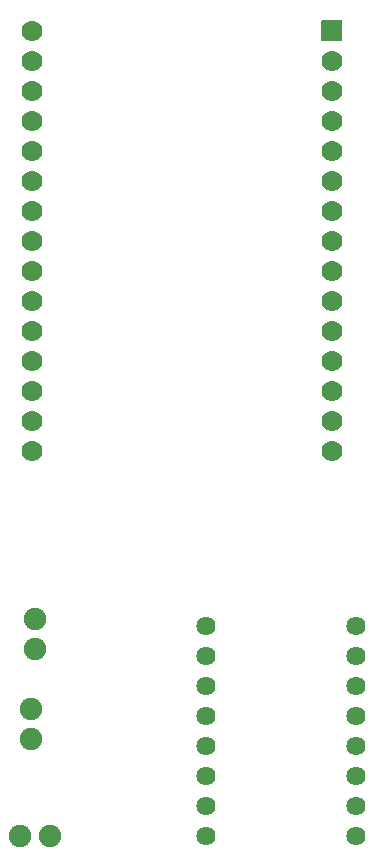
<source format=gbs>
G04 Layer: BottomSolderMaskLayer*
G04 EasyEDA v6.5.42, 2024-03-11 14:09:06*
G04 b8cecfdee2c84d74be12d37f40f4119a,807727dff0ce494184415f470db24245,10*
G04 Gerber Generator version 0.2*
G04 Scale: 100 percent, Rotated: No, Reflected: No *
G04 Dimensions in millimeters *
G04 leading zeros omitted , absolute positions ,4 integer and 5 decimal *
%FSLAX45Y45*%
%MOMM*%

%AMMACRO1*1,1,$1,$2,$3*1,1,$1,$4,$5*1,1,$1,0-$2,0-$3*1,1,$1,0-$4,0-$5*20,1,$1,$2,$3,$4,$5,0*20,1,$1,$4,$5,0-$2,0-$3,0*20,1,$1,0-$2,0-$3,0-$4,0-$5,0*20,1,$1,0-$4,0-$5,$2,$3,0*4,1,4,$2,$3,$4,$5,0-$2,0-$3,0-$4,0-$5,$2,$3,0*%
%ADD10C,1.7780*%
%ADD11MACRO1,0.1016X-0.8382X0.8382X0.8382X0.8382*%
%ADD12C,1.9016*%
%ADD13C,1.6256*%

%LPD*%
D10*
G01*
X1346200Y7289800D03*
G01*
X1346200Y7035800D03*
G01*
X1346200Y6781800D03*
G01*
X1346200Y6527800D03*
G01*
X1346200Y6273800D03*
G01*
X1346200Y6019800D03*
G01*
X1346200Y5765800D03*
G01*
X1346200Y5511800D03*
G01*
X1346200Y5257800D03*
G01*
X1346200Y5003800D03*
G01*
X1346200Y4749800D03*
G01*
X1346200Y4495800D03*
G01*
X1346200Y4241800D03*
G01*
X1346200Y3987800D03*
G01*
X1346200Y3733800D03*
G01*
X3886200Y3733800D03*
G01*
X3886200Y3987800D03*
G01*
X3886200Y4241800D03*
G01*
X3886200Y4495800D03*
G01*
X3886200Y4749800D03*
G01*
X3886200Y5003800D03*
G01*
X3886200Y5257800D03*
G01*
X3886200Y5511800D03*
G01*
X3886200Y5765800D03*
G01*
X3886200Y6019800D03*
G01*
X3886200Y6273800D03*
G01*
X3886200Y6527800D03*
G01*
X3886200Y6781800D03*
G01*
X3886200Y7035800D03*
D11*
G01*
X3886200Y7289800D03*
D12*
G01*
X1371600Y2311400D03*
G01*
X1371600Y2057400D03*
G01*
X1333500Y1549400D03*
G01*
X1333500Y1295400D03*
G01*
X1244600Y469900D03*
G01*
X1498600Y469900D03*
D13*
G01*
X4089400Y1739900D03*
G01*
X4089400Y1993900D03*
G01*
X4089400Y2247900D03*
G01*
X4089400Y1485900D03*
G01*
X4089400Y1231900D03*
G01*
X4089400Y977900D03*
G01*
X4089400Y723900D03*
G01*
X4089400Y469900D03*
G01*
X2819400Y469900D03*
G01*
X2819400Y723900D03*
G01*
X2819400Y977900D03*
G01*
X2819400Y1231900D03*
G01*
X2819400Y1485900D03*
G01*
X2819400Y1739900D03*
G01*
X2819400Y1993900D03*
G01*
X2819400Y2247900D03*
M02*

</source>
